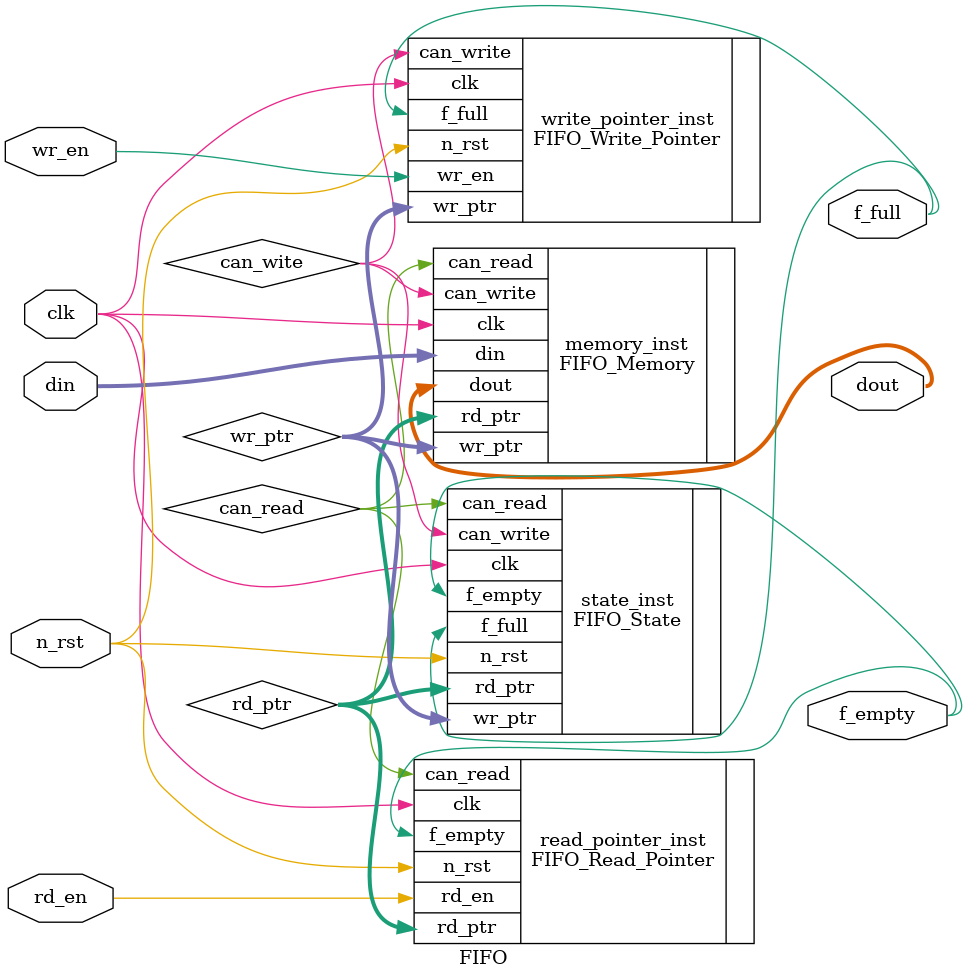
<source format=sv>
/*
+-------------------------------------------------------------------------------------------------------------------+
| This is my synchronous FIFO implementation in Verilog.                                                            |
| It includes separate modules for write pointer, read pointer, memory, and state management (full/empty flags).    |
| The regiters array is 8 bits wide and has a depth of 16 by default.                                               |
| You can adjust the parameters DEPTH, ADDR_WIDTH, and DATA_WIDTH as needed.                                        |
+-------------------------------------------------------------------------------------------------------------------+
*/

`include "FIFO_Memory.sv"
`include "FIFO_Read_Pointer.sv"
`include "FIFO_Write_Pointer.sv"
`include "FIFO_State.sv"

module FIFO #(    
    parameter DEPTH = 16,
    parameter ADDR_WIDTH = 4, 
    parameter DATA_WIDTH = 8
    )(
    input wire clk,
    input wire n_rst,
    input wire wr_en,
    input wire rd_en,
    input wire [7:0] din,
    output wire [7:0] dout,
    output wire f_full,
    output wire f_empty
);
    wire [ADDR_WIDTH-1:0] wr_ptr, rd_ptr;
    wire can_wite, can_read;

    FIFO_Write_Pointer #(
        .ADDR_WIDTH(ADDR_WIDTH)
    ) write_pointer_inst (
        .clk(clk),
        .n_rst(n_rst),
        .wr_en(wr_en),
        .f_full(f_full),
        .wr_ptr(wr_ptr),
        .can_write(can_wite)
    );

    FIFO_Read_Pointer #(
        .ADDR_WIDTH(ADDR_WIDTH)
    ) read_pointer_inst (
        .clk(clk),
        .n_rst(n_rst),
        .rd_en(rd_en),
        .f_empty(f_empty),
        .rd_ptr(rd_ptr),
        .can_read(can_read)
    );

    FIFO_Memory #(
        .DEPTH(DEPTH),
        .DATA_WIDTH(DATA_WIDTH)
    ) memory_inst (
        .clk(clk),
        .can_write(can_wite),
        .can_read(can_read),
        .din(din),
        .wr_ptr(wr_ptr),
        .rd_ptr(rd_ptr),
        .dout(dout)
    );

    FIFO_State #(
        .ADDR_WIDTH(ADDR_WIDTH)
    ) state_inst (
        .clk(clk),
        .n_rst(n_rst),
        .can_write(can_wite),
        .can_read(can_read),
        .wr_ptr(wr_ptr),
        .rd_ptr(rd_ptr),
        .f_full(f_full),
        .f_empty(f_empty)
    );
endmodule









</source>
